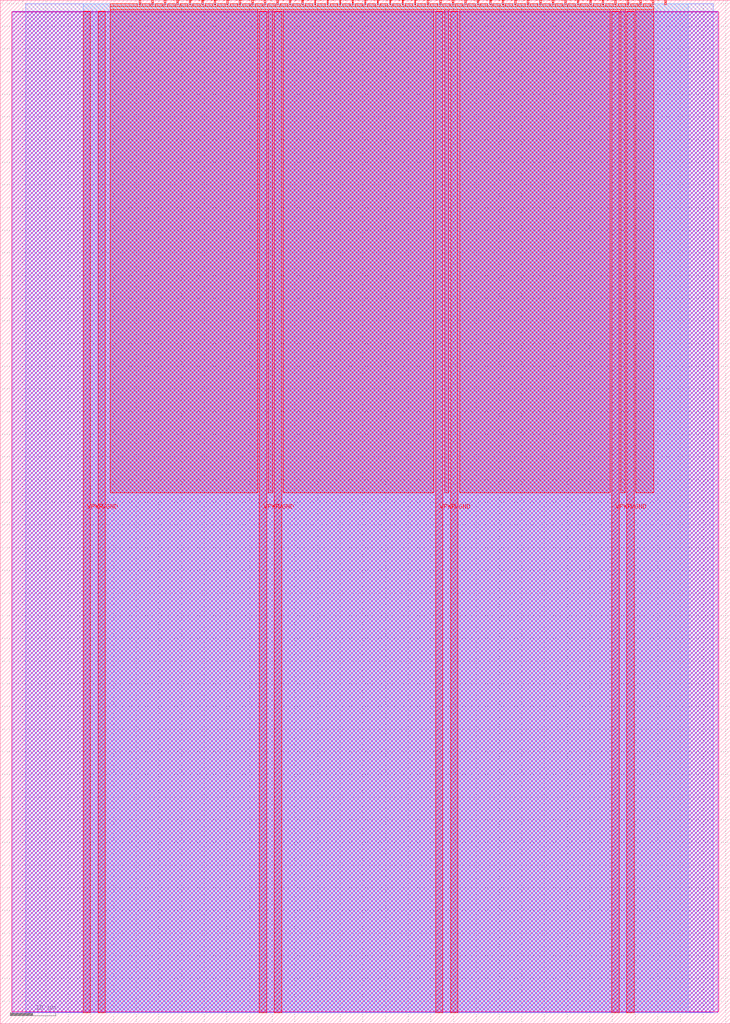
<source format=lef>
VERSION 5.7 ;
  NOWIREEXTENSIONATPIN ON ;
  DIVIDERCHAR "/" ;
  BUSBITCHARS "[]" ;
MACRO tt_um_kercrafter_leds_racer
  CLASS BLOCK ;
  FOREIGN tt_um_kercrafter_leds_racer ;
  ORIGIN 0.000 0.000 ;
  SIZE 161.000 BY 225.760 ;
  PIN VGND
    DIRECTION INOUT ;
    USE GROUND ;
    PORT
      LAYER met4 ;
        RECT 21.580 2.480 23.180 223.280 ;
    END
    PORT
      LAYER met4 ;
        RECT 60.450 2.480 62.050 223.280 ;
    END
    PORT
      LAYER met4 ;
        RECT 99.320 2.480 100.920 223.280 ;
    END
    PORT
      LAYER met4 ;
        RECT 138.190 2.480 139.790 223.280 ;
    END
  END VGND
  PIN VPWR
    DIRECTION INOUT ;
    USE POWER ;
    PORT
      LAYER met4 ;
        RECT 18.280 2.480 19.880 223.280 ;
    END
    PORT
      LAYER met4 ;
        RECT 57.150 2.480 58.750 223.280 ;
    END
    PORT
      LAYER met4 ;
        RECT 96.020 2.480 97.620 223.280 ;
    END
    PORT
      LAYER met4 ;
        RECT 134.890 2.480 136.490 223.280 ;
    END
  END VPWR
  PIN clk
    DIRECTION INPUT ;
    USE SIGNAL ;
    ANTENNAGATEAREA 0.852000 ;
    PORT
      LAYER met4 ;
        RECT 143.830 224.760 144.130 225.760 ;
    END
  END clk
  PIN ena
    DIRECTION INPUT ;
    USE SIGNAL ;
    PORT
      LAYER met4 ;
        RECT 146.590 224.760 146.890 225.760 ;
    END
  END ena
  PIN rst_n
    DIRECTION INPUT ;
    USE SIGNAL ;
    ANTENNAGATEAREA 0.196500 ;
    PORT
      LAYER met4 ;
        RECT 141.070 224.760 141.370 225.760 ;
    END
  END rst_n
  PIN ui_in[0]
    DIRECTION INPUT ;
    USE SIGNAL ;
    ANTENNAGATEAREA 0.196500 ;
    PORT
      LAYER met4 ;
        RECT 138.310 224.760 138.610 225.760 ;
    END
  END ui_in[0]
  PIN ui_in[1]
    DIRECTION INPUT ;
    USE SIGNAL ;
    ANTENNAGATEAREA 0.196500 ;
    PORT
      LAYER met4 ;
        RECT 135.550 224.760 135.850 225.760 ;
    END
  END ui_in[1]
  PIN ui_in[2]
    DIRECTION INPUT ;
    USE SIGNAL ;
    ANTENNAGATEAREA 0.196500 ;
    PORT
      LAYER met4 ;
        RECT 132.790 224.760 133.090 225.760 ;
    END
  END ui_in[2]
  PIN ui_in[3]
    DIRECTION INPUT ;
    USE SIGNAL ;
    ANTENNAGATEAREA 0.196500 ;
    PORT
      LAYER met4 ;
        RECT 130.030 224.760 130.330 225.760 ;
    END
  END ui_in[3]
  PIN ui_in[4]
    DIRECTION INPUT ;
    USE SIGNAL ;
    PORT
      LAYER met4 ;
        RECT 127.270 224.760 127.570 225.760 ;
    END
  END ui_in[4]
  PIN ui_in[5]
    DIRECTION INPUT ;
    USE SIGNAL ;
    PORT
      LAYER met4 ;
        RECT 124.510 224.760 124.810 225.760 ;
    END
  END ui_in[5]
  PIN ui_in[6]
    DIRECTION INPUT ;
    USE SIGNAL ;
    PORT
      LAYER met4 ;
        RECT 121.750 224.760 122.050 225.760 ;
    END
  END ui_in[6]
  PIN ui_in[7]
    DIRECTION INPUT ;
    USE SIGNAL ;
    PORT
      LAYER met4 ;
        RECT 118.990 224.760 119.290 225.760 ;
    END
  END ui_in[7]
  PIN uio_in[0]
    DIRECTION INPUT ;
    USE SIGNAL ;
    PORT
      LAYER met4 ;
        RECT 116.230 224.760 116.530 225.760 ;
    END
  END uio_in[0]
  PIN uio_in[1]
    DIRECTION INPUT ;
    USE SIGNAL ;
    PORT
      LAYER met4 ;
        RECT 113.470 224.760 113.770 225.760 ;
    END
  END uio_in[1]
  PIN uio_in[2]
    DIRECTION INPUT ;
    USE SIGNAL ;
    PORT
      LAYER met4 ;
        RECT 110.710 224.760 111.010 225.760 ;
    END
  END uio_in[2]
  PIN uio_in[3]
    DIRECTION INPUT ;
    USE SIGNAL ;
    PORT
      LAYER met4 ;
        RECT 107.950 224.760 108.250 225.760 ;
    END
  END uio_in[3]
  PIN uio_in[4]
    DIRECTION INPUT ;
    USE SIGNAL ;
    PORT
      LAYER met4 ;
        RECT 105.190 224.760 105.490 225.760 ;
    END
  END uio_in[4]
  PIN uio_in[5]
    DIRECTION INPUT ;
    USE SIGNAL ;
    PORT
      LAYER met4 ;
        RECT 102.430 224.760 102.730 225.760 ;
    END
  END uio_in[5]
  PIN uio_in[6]
    DIRECTION INPUT ;
    USE SIGNAL ;
    PORT
      LAYER met4 ;
        RECT 99.670 224.760 99.970 225.760 ;
    END
  END uio_in[6]
  PIN uio_in[7]
    DIRECTION INPUT ;
    USE SIGNAL ;
    PORT
      LAYER met4 ;
        RECT 96.910 224.760 97.210 225.760 ;
    END
  END uio_in[7]
  PIN uio_oe[0]
    DIRECTION OUTPUT ;
    USE SIGNAL ;
    PORT
      LAYER met4 ;
        RECT 49.990 224.760 50.290 225.760 ;
    END
  END uio_oe[0]
  PIN uio_oe[1]
    DIRECTION OUTPUT ;
    USE SIGNAL ;
    PORT
      LAYER met4 ;
        RECT 47.230 224.760 47.530 225.760 ;
    END
  END uio_oe[1]
  PIN uio_oe[2]
    DIRECTION OUTPUT ;
    USE SIGNAL ;
    PORT
      LAYER met4 ;
        RECT 44.470 224.760 44.770 225.760 ;
    END
  END uio_oe[2]
  PIN uio_oe[3]
    DIRECTION OUTPUT ;
    USE SIGNAL ;
    PORT
      LAYER met4 ;
        RECT 41.710 224.760 42.010 225.760 ;
    END
  END uio_oe[3]
  PIN uio_oe[4]
    DIRECTION OUTPUT ;
    USE SIGNAL ;
    PORT
      LAYER met4 ;
        RECT 38.950 224.760 39.250 225.760 ;
    END
  END uio_oe[4]
  PIN uio_oe[5]
    DIRECTION OUTPUT ;
    USE SIGNAL ;
    PORT
      LAYER met4 ;
        RECT 36.190 224.760 36.490 225.760 ;
    END
  END uio_oe[5]
  PIN uio_oe[6]
    DIRECTION OUTPUT ;
    USE SIGNAL ;
    PORT
      LAYER met4 ;
        RECT 33.430 224.760 33.730 225.760 ;
    END
  END uio_oe[6]
  PIN uio_oe[7]
    DIRECTION OUTPUT ;
    USE SIGNAL ;
    PORT
      LAYER met4 ;
        RECT 30.670 224.760 30.970 225.760 ;
    END
  END uio_oe[7]
  PIN uio_out[0]
    DIRECTION OUTPUT ;
    USE SIGNAL ;
    PORT
      LAYER met4 ;
        RECT 72.070 224.760 72.370 225.760 ;
    END
  END uio_out[0]
  PIN uio_out[1]
    DIRECTION OUTPUT ;
    USE SIGNAL ;
    PORT
      LAYER met4 ;
        RECT 69.310 224.760 69.610 225.760 ;
    END
  END uio_out[1]
  PIN uio_out[2]
    DIRECTION OUTPUT ;
    USE SIGNAL ;
    PORT
      LAYER met4 ;
        RECT 66.550 224.760 66.850 225.760 ;
    END
  END uio_out[2]
  PIN uio_out[3]
    DIRECTION OUTPUT ;
    USE SIGNAL ;
    PORT
      LAYER met4 ;
        RECT 63.790 224.760 64.090 225.760 ;
    END
  END uio_out[3]
  PIN uio_out[4]
    DIRECTION OUTPUT ;
    USE SIGNAL ;
    PORT
      LAYER met4 ;
        RECT 61.030 224.760 61.330 225.760 ;
    END
  END uio_out[4]
  PIN uio_out[5]
    DIRECTION OUTPUT ;
    USE SIGNAL ;
    PORT
      LAYER met4 ;
        RECT 58.270 224.760 58.570 225.760 ;
    END
  END uio_out[5]
  PIN uio_out[6]
    DIRECTION OUTPUT ;
    USE SIGNAL ;
    PORT
      LAYER met4 ;
        RECT 55.510 224.760 55.810 225.760 ;
    END
  END uio_out[6]
  PIN uio_out[7]
    DIRECTION OUTPUT ;
    USE SIGNAL ;
    PORT
      LAYER met4 ;
        RECT 52.750 224.760 53.050 225.760 ;
    END
  END uio_out[7]
  PIN uo_out[0]
    DIRECTION OUTPUT ;
    USE SIGNAL ;
    ANTENNADIFFAREA 0.445500 ;
    PORT
      LAYER met4 ;
        RECT 94.150 224.760 94.450 225.760 ;
    END
  END uo_out[0]
  PIN uo_out[1]
    DIRECTION OUTPUT ;
    USE SIGNAL ;
    ANTENNADIFFAREA 0.445500 ;
    PORT
      LAYER met4 ;
        RECT 91.390 224.760 91.690 225.760 ;
    END
  END uo_out[1]
  PIN uo_out[2]
    DIRECTION OUTPUT ;
    USE SIGNAL ;
    ANTENNADIFFAREA 0.445500 ;
    PORT
      LAYER met4 ;
        RECT 88.630 224.760 88.930 225.760 ;
    END
  END uo_out[2]
  PIN uo_out[3]
    DIRECTION OUTPUT ;
    USE SIGNAL ;
    ANTENNADIFFAREA 0.445500 ;
    PORT
      LAYER met4 ;
        RECT 85.870 224.760 86.170 225.760 ;
    END
  END uo_out[3]
  PIN uo_out[4]
    DIRECTION OUTPUT ;
    USE SIGNAL ;
    ANTENNADIFFAREA 0.445500 ;
    PORT
      LAYER met4 ;
        RECT 83.110 224.760 83.410 225.760 ;
    END
  END uo_out[4]
  PIN uo_out[5]
    DIRECTION OUTPUT ;
    USE SIGNAL ;
    ANTENNADIFFAREA 0.445500 ;
    PORT
      LAYER met4 ;
        RECT 80.350 224.760 80.650 225.760 ;
    END
  END uo_out[5]
  PIN uo_out[6]
    DIRECTION OUTPUT ;
    USE SIGNAL ;
    ANTENNADIFFAREA 0.445500 ;
    PORT
      LAYER met4 ;
        RECT 77.590 224.760 77.890 225.760 ;
    END
  END uo_out[6]
  PIN uo_out[7]
    DIRECTION OUTPUT ;
    USE SIGNAL ;
    ANTENNADIFFAREA 0.445500 ;
    PORT
      LAYER met4 ;
        RECT 74.830 224.760 75.130 225.760 ;
    END
  END uo_out[7]
  OBS
      LAYER nwell ;
        RECT 2.570 2.635 158.430 223.230 ;
      LAYER li1 ;
        RECT 2.760 2.635 158.240 223.125 ;
      LAYER met1 ;
        RECT 2.760 2.480 158.240 223.280 ;
      LAYER met2 ;
        RECT 5.620 2.535 157.220 224.925 ;
      LAYER met3 ;
        RECT 18.290 2.555 151.735 224.905 ;
      LAYER met4 ;
        RECT 24.215 224.360 30.270 224.905 ;
        RECT 31.370 224.360 33.030 224.905 ;
        RECT 34.130 224.360 35.790 224.905 ;
        RECT 36.890 224.360 38.550 224.905 ;
        RECT 39.650 224.360 41.310 224.905 ;
        RECT 42.410 224.360 44.070 224.905 ;
        RECT 45.170 224.360 46.830 224.905 ;
        RECT 47.930 224.360 49.590 224.905 ;
        RECT 50.690 224.360 52.350 224.905 ;
        RECT 53.450 224.360 55.110 224.905 ;
        RECT 56.210 224.360 57.870 224.905 ;
        RECT 58.970 224.360 60.630 224.905 ;
        RECT 61.730 224.360 63.390 224.905 ;
        RECT 64.490 224.360 66.150 224.905 ;
        RECT 67.250 224.360 68.910 224.905 ;
        RECT 70.010 224.360 71.670 224.905 ;
        RECT 72.770 224.360 74.430 224.905 ;
        RECT 75.530 224.360 77.190 224.905 ;
        RECT 78.290 224.360 79.950 224.905 ;
        RECT 81.050 224.360 82.710 224.905 ;
        RECT 83.810 224.360 85.470 224.905 ;
        RECT 86.570 224.360 88.230 224.905 ;
        RECT 89.330 224.360 90.990 224.905 ;
        RECT 92.090 224.360 93.750 224.905 ;
        RECT 94.850 224.360 96.510 224.905 ;
        RECT 97.610 224.360 99.270 224.905 ;
        RECT 100.370 224.360 102.030 224.905 ;
        RECT 103.130 224.360 104.790 224.905 ;
        RECT 105.890 224.360 107.550 224.905 ;
        RECT 108.650 224.360 110.310 224.905 ;
        RECT 111.410 224.360 113.070 224.905 ;
        RECT 114.170 224.360 115.830 224.905 ;
        RECT 116.930 224.360 118.590 224.905 ;
        RECT 119.690 224.360 121.350 224.905 ;
        RECT 122.450 224.360 124.110 224.905 ;
        RECT 125.210 224.360 126.870 224.905 ;
        RECT 127.970 224.360 129.630 224.905 ;
        RECT 130.730 224.360 132.390 224.905 ;
        RECT 133.490 224.360 135.150 224.905 ;
        RECT 136.250 224.360 137.910 224.905 ;
        RECT 139.010 224.360 140.670 224.905 ;
        RECT 141.770 224.360 143.430 224.905 ;
        RECT 24.215 223.680 144.145 224.360 ;
        RECT 24.215 117.135 56.750 223.680 ;
        RECT 59.150 117.135 60.050 223.680 ;
        RECT 62.450 117.135 95.620 223.680 ;
        RECT 98.020 117.135 98.920 223.680 ;
        RECT 101.320 117.135 134.490 223.680 ;
        RECT 136.890 117.135 137.790 223.680 ;
        RECT 140.190 117.135 144.145 223.680 ;
  END
END tt_um_kercrafter_leds_racer
END LIBRARY


</source>
